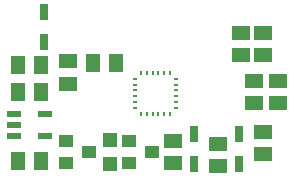
<source format=gbr>
G04 EAGLE Gerber RS-274X export*
G75*
%MOMM*%
%FSLAX34Y34*%
%LPD*%
%INSolderpaste Top*%
%IPPOS*%
%AMOC8*
5,1,8,0,0,1.08239X$1,22.5*%
G01*
%ADD10R,0.210000X0.400000*%
%ADD11R,0.400000X0.210000*%
%ADD12R,1.500000X1.300000*%
%ADD13R,1.200000X1.000000*%
%ADD14R,1.300000X1.200000*%
%ADD15R,1.200000X0.550000*%
%ADD16R,1.300000X1.500000*%
%ADD17R,0.800000X1.350000*%


D10*
X177600Y135360D03*
X172600Y135360D03*
X167600Y135360D03*
X162600Y135360D03*
X157600Y135360D03*
X152600Y135360D03*
D11*
X147850Y130610D03*
X147850Y125610D03*
X147850Y120610D03*
X147850Y115610D03*
X147850Y110610D03*
X147850Y105610D03*
D10*
X152600Y100860D03*
X157600Y100860D03*
X162600Y100860D03*
X167600Y100860D03*
X172600Y100860D03*
X177600Y100860D03*
D11*
X182350Y105610D03*
X182350Y110610D03*
X182350Y115610D03*
X182350Y120610D03*
X182350Y125610D03*
X182350Y130610D03*
D12*
X256540Y150520D03*
X256540Y169520D03*
X237490Y150520D03*
X237490Y169520D03*
D13*
X162400Y68580D03*
X142400Y59080D03*
X142400Y78080D03*
X109060Y68580D03*
X89060Y59080D03*
X89060Y78080D03*
D12*
X180340Y59080D03*
X180340Y78080D03*
D14*
X127000Y58420D03*
X127000Y78740D03*
D15*
X45419Y100940D03*
X45419Y91440D03*
X45419Y81940D03*
X71421Y81940D03*
X71421Y100940D03*
D16*
X48920Y60960D03*
X67920Y60960D03*
X67920Y142240D03*
X48920Y142240D03*
X67920Y119380D03*
X48920Y119380D03*
D12*
X218440Y75540D03*
X218440Y56540D03*
X256540Y66700D03*
X256540Y85700D03*
X248920Y109880D03*
X248920Y128880D03*
X269240Y109880D03*
X269240Y128880D03*
X91440Y145390D03*
X91440Y126390D03*
D16*
X131420Y143510D03*
X112420Y143510D03*
D17*
X236220Y58420D03*
X236220Y83820D03*
X198120Y58420D03*
X198120Y83820D03*
X71120Y186690D03*
X71120Y161290D03*
M02*

</source>
